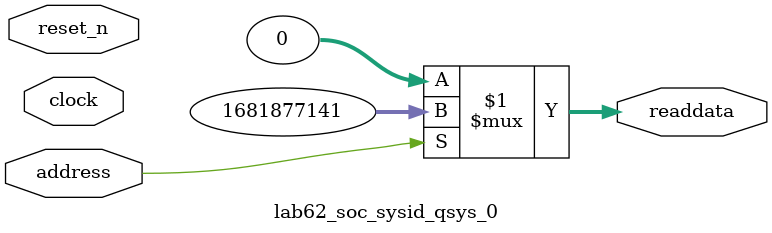
<source format=v>



// synthesis translate_off
`timescale 1ns / 1ps
// synthesis translate_on

// turn off superfluous verilog processor warnings 
// altera message_level Level1 
// altera message_off 10034 10035 10036 10037 10230 10240 10030 

module lab62_soc_sysid_qsys_0 (
               // inputs:
                address,
                clock,
                reset_n,

               // outputs:
                readdata
             )
;

  output  [ 31: 0] readdata;
  input            address;
  input            clock;
  input            reset_n;

  wire    [ 31: 0] readdata;
  //control_slave, which is an e_avalon_slave
  assign readdata = address ? 1681877141 : 0;

endmodule



</source>
